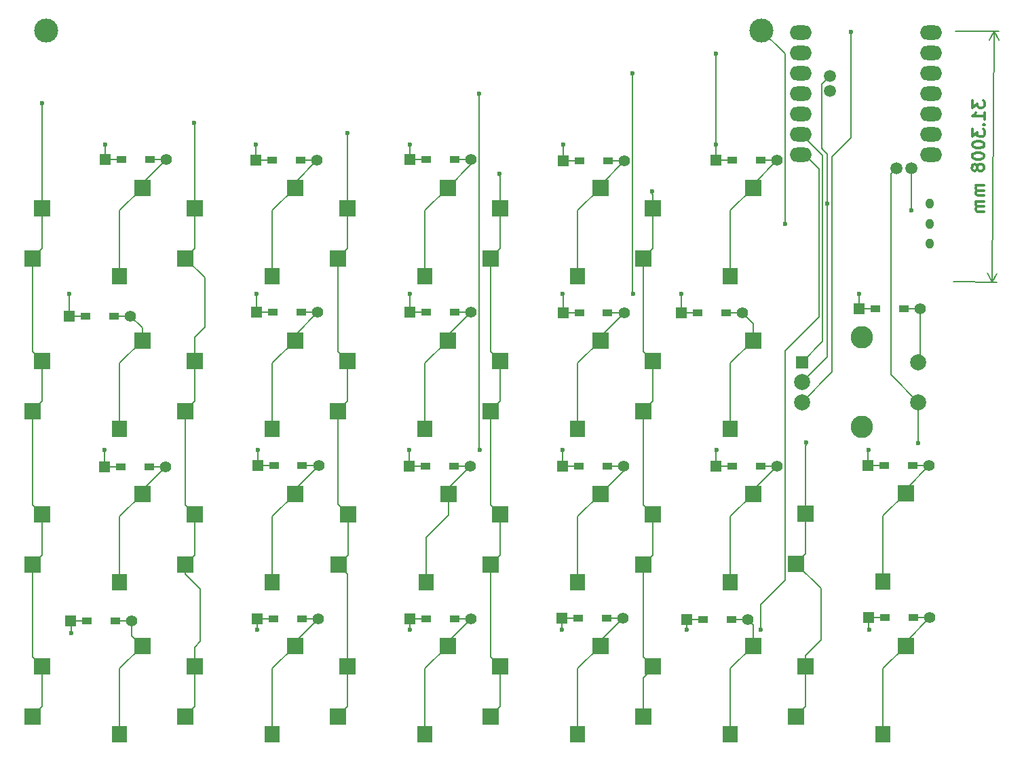
<source format=gbr>
%TF.GenerationSoftware,KiCad,Pcbnew,8.0.7*%
%TF.CreationDate,2025-02-16T08:14:47+09:00*%
%TF.ProjectId,cool642tb_L,636f6f6c-3634-4327-9462-5f4c2e6b6963,rev?*%
%TF.SameCoordinates,Original*%
%TF.FileFunction,Copper,L2,Bot*%
%TF.FilePolarity,Positive*%
%FSLAX46Y46*%
G04 Gerber Fmt 4.6, Leading zero omitted, Abs format (unit mm)*
G04 Created by KiCad (PCBNEW 8.0.7) date 2025-02-16 08:14:47*
%MOMM*%
%LPD*%
G01*
G04 APERTURE LIST*
%ADD10C,0.300000*%
%TA.AperFunction,NonConductor*%
%ADD11C,0.300000*%
%TD*%
%TA.AperFunction,NonConductor*%
%ADD12C,0.200000*%
%TD*%
%TA.AperFunction,SMDPad,CuDef*%
%ADD13R,2.000000X2.000000*%
%TD*%
%TA.AperFunction,SMDPad,CuDef*%
%ADD14R,1.900000X2.000000*%
%TD*%
%TA.AperFunction,ComponentPad*%
%ADD15R,1.397000X1.397000*%
%TD*%
%TA.AperFunction,SMDPad,CuDef*%
%ADD16R,1.300000X0.950000*%
%TD*%
%TA.AperFunction,ComponentPad*%
%ADD17C,1.397000*%
%TD*%
%TA.AperFunction,ComponentPad*%
%ADD18C,3.000000*%
%TD*%
%TA.AperFunction,ComponentPad*%
%ADD19C,2.000000*%
%TD*%
%TA.AperFunction,ComponentPad*%
%ADD20R,1.500000X1.500000*%
%TD*%
%TA.AperFunction,ComponentPad*%
%ADD21C,2.800000*%
%TD*%
%TA.AperFunction,ComponentPad*%
%ADD22O,1.000000X1.300000*%
%TD*%
%TA.AperFunction,ComponentPad*%
%ADD23O,2.750000X1.800000*%
%TD*%
%TA.AperFunction,ComponentPad*%
%ADD24C,1.500000*%
%TD*%
%TA.AperFunction,ViaPad*%
%ADD25C,0.600000*%
%TD*%
%TA.AperFunction,Conductor*%
%ADD26C,0.200000*%
%TD*%
G04 APERTURE END LIST*
D10*
D11*
X109200871Y15980624D02*
X109194345Y15052076D01*
X109194345Y15052076D02*
X109769274Y15548047D01*
X109769274Y15548047D02*
X109767768Y15333766D01*
X109767768Y15333766D02*
X109838190Y15190411D01*
X109838190Y15190411D02*
X109909115Y15118482D01*
X109909115Y15118482D02*
X110051467Y15046051D01*
X110051467Y15046051D02*
X110408601Y15043541D01*
X110408601Y15043541D02*
X110551956Y15113964D01*
X110551956Y15113964D02*
X110623885Y15184888D01*
X110623885Y15184888D02*
X110696316Y15327240D01*
X110696316Y15327240D02*
X110699328Y15755801D01*
X110699328Y15755801D02*
X110628906Y15899156D01*
X110628906Y15899156D02*
X110557981Y15971085D01*
X110684267Y13612997D02*
X110690291Y14470119D01*
X110687279Y14041558D02*
X109187316Y14052101D01*
X109187316Y14052101D02*
X109402601Y14193448D01*
X109402601Y14193448D02*
X109546459Y14335298D01*
X109546459Y14335298D02*
X109618889Y14477649D01*
X110536895Y12971160D02*
X110607820Y12899231D01*
X110607820Y12899231D02*
X110679749Y12970156D01*
X110679749Y12970156D02*
X110608824Y13042085D01*
X110608824Y13042085D02*
X110536895Y12971160D01*
X110536895Y12971160D02*
X110679749Y12970156D01*
X109175769Y12409284D02*
X109169243Y11480736D01*
X109169243Y11480736D02*
X109744172Y11976707D01*
X109744172Y11976707D02*
X109742665Y11762427D01*
X109742665Y11762427D02*
X109813088Y11619071D01*
X109813088Y11619071D02*
X109884013Y11547142D01*
X109884013Y11547142D02*
X110026364Y11474711D01*
X110026364Y11474711D02*
X110383499Y11472201D01*
X110383499Y11472201D02*
X110526854Y11542624D01*
X110526854Y11542624D02*
X110598783Y11613549D01*
X110598783Y11613549D02*
X110671214Y11755900D01*
X110671214Y11755900D02*
X110674226Y12184461D01*
X110674226Y12184461D02*
X110603803Y12327817D01*
X110603803Y12327817D02*
X110532879Y12399745D01*
X109162716Y10552188D02*
X109161712Y10409334D01*
X109161712Y10409334D02*
X109232135Y10265978D01*
X109232135Y10265978D02*
X109303060Y10194050D01*
X109303060Y10194050D02*
X109445411Y10121619D01*
X109445411Y10121619D02*
X109730616Y10048184D01*
X109730616Y10048184D02*
X110087750Y10045674D01*
X110087750Y10045674D02*
X110373960Y10115092D01*
X110373960Y10115092D02*
X110517315Y10185515D01*
X110517315Y10185515D02*
X110589244Y10256440D01*
X110589244Y10256440D02*
X110661675Y10398791D01*
X110661675Y10398791D02*
X110662679Y10541645D01*
X110662679Y10541645D02*
X110592256Y10685001D01*
X110592256Y10685001D02*
X110521332Y10756929D01*
X110521332Y10756929D02*
X110378980Y10829360D01*
X110378980Y10829360D02*
X110093775Y10902795D01*
X110093775Y10902795D02*
X109736641Y10905305D01*
X109736641Y10905305D02*
X109450432Y10835887D01*
X109450432Y10835887D02*
X109307076Y10765464D01*
X109307076Y10765464D02*
X109235147Y10694539D01*
X109235147Y10694539D02*
X109162716Y10552188D01*
X109152675Y9123652D02*
X109151671Y8980798D01*
X109151671Y8980798D02*
X109222094Y8837443D01*
X109222094Y8837443D02*
X109293019Y8765514D01*
X109293019Y8765514D02*
X109435370Y8693083D01*
X109435370Y8693083D02*
X109720576Y8619648D01*
X109720576Y8619648D02*
X110077710Y8617138D01*
X110077710Y8617138D02*
X110363919Y8686556D01*
X110363919Y8686556D02*
X110507275Y8756979D01*
X110507275Y8756979D02*
X110579203Y8827904D01*
X110579203Y8827904D02*
X110651634Y8970256D01*
X110651634Y8970256D02*
X110652638Y9113109D01*
X110652638Y9113109D02*
X110582216Y9256465D01*
X110582216Y9256465D02*
X110511291Y9328394D01*
X110511291Y9328394D02*
X110368939Y9400825D01*
X110368939Y9400825D02*
X110083734Y9474260D01*
X110083734Y9474260D02*
X109726600Y9476770D01*
X109726600Y9476770D02*
X109440391Y9407351D01*
X109440391Y9407351D02*
X109297035Y9336928D01*
X109297035Y9336928D02*
X109225106Y9266004D01*
X109225106Y9266004D02*
X109152675Y9123652D01*
X109785978Y7762025D02*
X109715555Y7905380D01*
X109715555Y7905380D02*
X109644630Y7977309D01*
X109644630Y7977309D02*
X109502279Y8049740D01*
X109502279Y8049740D02*
X109430852Y8050242D01*
X109430852Y8050242D02*
X109287496Y7979819D01*
X109287496Y7979819D02*
X109215568Y7908895D01*
X109215568Y7908895D02*
X109143137Y7766543D01*
X109143137Y7766543D02*
X109141128Y7480836D01*
X109141128Y7480836D02*
X109211551Y7337480D01*
X109211551Y7337480D02*
X109282476Y7265551D01*
X109282476Y7265551D02*
X109424828Y7193120D01*
X109424828Y7193120D02*
X109496254Y7192618D01*
X109496254Y7192618D02*
X109639610Y7263041D01*
X109639610Y7263041D02*
X109711539Y7333966D01*
X109711539Y7333966D02*
X109783970Y7476318D01*
X109783970Y7476318D02*
X109785978Y7762025D01*
X109785978Y7762025D02*
X109858409Y7904376D01*
X109858409Y7904376D02*
X109930338Y7975301D01*
X109930338Y7975301D02*
X110073693Y8045724D01*
X110073693Y8045724D02*
X110359401Y8043716D01*
X110359401Y8043716D02*
X110501752Y7971285D01*
X110501752Y7971285D02*
X110572677Y7899356D01*
X110572677Y7899356D02*
X110643100Y7756000D01*
X110643100Y7756000D02*
X110641091Y7470293D01*
X110641091Y7470293D02*
X110568661Y7327941D01*
X110568661Y7327941D02*
X110496732Y7257017D01*
X110496732Y7257017D02*
X110353376Y7186594D01*
X110353376Y7186594D02*
X110067669Y7188602D01*
X110067669Y7188602D02*
X109925317Y7261033D01*
X109925317Y7261033D02*
X109854392Y7332962D01*
X109854392Y7332962D02*
X109783970Y7476318D01*
X110626532Y5398916D02*
X109626557Y5405945D01*
X109769411Y5404941D02*
X109697482Y5334016D01*
X109697482Y5334016D02*
X109625051Y5191664D01*
X109625051Y5191664D02*
X109623545Y4977384D01*
X109623545Y4977384D02*
X109693967Y4834028D01*
X109693967Y4834028D02*
X109836319Y4761597D01*
X109836319Y4761597D02*
X110622014Y4756075D01*
X109836319Y4761597D02*
X109692963Y4691175D01*
X109692963Y4691175D02*
X109620532Y4548823D01*
X109620532Y4548823D02*
X109619026Y4334543D01*
X109619026Y4334543D02*
X109689449Y4191187D01*
X109689449Y4191187D02*
X109831801Y4118756D01*
X109831801Y4118756D02*
X110617496Y4113234D01*
X110612475Y3398966D02*
X109612500Y3405994D01*
X109755353Y3404990D02*
X109683425Y3334065D01*
X109683425Y3334065D02*
X109610994Y3191714D01*
X109610994Y3191714D02*
X109609488Y2977433D01*
X109609488Y2977433D02*
X109679910Y2834078D01*
X109679910Y2834078D02*
X109822262Y2761647D01*
X109822262Y2761647D02*
X110607957Y2756124D01*
X109822262Y2761647D02*
X109678906Y2691224D01*
X109678906Y2691224D02*
X109606475Y2548872D01*
X109606475Y2548872D02*
X109604969Y2334592D01*
X109604969Y2334592D02*
X109675392Y2191236D01*
X109675392Y2191236D02*
X109817743Y2118806D01*
X109817743Y2118806D02*
X110603438Y2113283D01*
D12*
X107029988Y24646486D02*
X112469685Y24608252D01*
X106809988Y-6653514D02*
X112249685Y-6691748D01*
X111883279Y24612373D02*
X111663279Y-6687627D01*
X111883279Y24612373D02*
X111663279Y-6687627D01*
X111883279Y24612373D02*
X112461768Y23481775D01*
X111883279Y24612373D02*
X111288955Y23490019D01*
X111663279Y-6687627D02*
X111084790Y-5557029D01*
X111663279Y-6687627D02*
X112257603Y-5565273D01*
D13*
%TO.P,SW14,1,1*%
%TO.N,Col3*%
X49050000Y-22750000D03*
X50250000Y-16510000D03*
D14*
%TO.P,SW14,2,2*%
%TO.N,Net-(D14-A)*%
X59950000Y-24950000D03*
D13*
X62750000Y-13970000D03*
%TD*%
D15*
%TO.P,D3,1,K*%
%TO.N,Row2*%
X890000Y-29720000D03*
D16*
X2925000Y-29720000D03*
%TO.P,D3,2,A*%
%TO.N,Net-(D3-A)*%
X6475000Y-29720000D03*
D17*
X8510000Y-29720000D03*
%TD*%
D18*
%TO.P,B1,1,+*%
%TO.N,Bat*%
X-6400000Y24710000D03*
%TO.P,B1,2,-*%
%TO.N,Net-(B1--)*%
X82870000Y24750000D03*
%TD*%
D13*
%TO.P,SW18,1,1*%
%TO.N,Col4*%
X68100000Y-22750000D03*
X69300000Y-16510000D03*
D14*
%TO.P,SW18,2,2*%
%TO.N,Net-(D18-A)*%
X79000000Y-24950000D03*
D13*
X81800000Y-13970000D03*
%TD*%
D15*
%TO.P,D13,1,K*%
%TO.N,Row0*%
X58170000Y8480000D03*
D16*
X60205000Y8480000D03*
%TO.P,D13,2,A*%
%TO.N,Net-(D13-A)*%
X63755000Y8480000D03*
D17*
X65790000Y8480000D03*
%TD*%
D13*
%TO.P,SW12,1,1*%
%TO.N,Col2*%
X30000000Y-60850000D03*
X31200000Y-54610000D03*
D14*
%TO.P,SW12,2,2*%
%TO.N,Net-(D12-A)*%
X40900000Y-63050000D03*
D13*
X43700000Y-52070000D03*
%TD*%
%TO.P,SW23,1,1*%
%TO.N,Col5*%
X87150000Y-60850000D03*
X88350000Y-54610000D03*
D14*
%TO.P,SW23,2,2*%
%TO.N,Net-(D23-A)*%
X98050000Y-63050000D03*
D13*
X100850000Y-52070000D03*
%TD*%
D15*
%TO.P,D10,1,K*%
%TO.N,Row1*%
X39000000Y-10420000D03*
D16*
X41035000Y-10420000D03*
%TO.P,D10,2,A*%
%TO.N,Net-(D10-A)*%
X44585000Y-10420000D03*
D17*
X46620000Y-10420000D03*
%TD*%
D15*
%TO.P,D19,1,K*%
%TO.N,Row2*%
X77190000Y-29630000D03*
D16*
X79225000Y-29630000D03*
%TO.P,D19,2,A*%
%TO.N,Net-(D19-A)*%
X82775000Y-29630000D03*
D17*
X84810000Y-29630000D03*
%TD*%
D15*
%TO.P,D16,1,K*%
%TO.N,Row3*%
X57960000Y-48600000D03*
D16*
X59995000Y-48600000D03*
%TO.P,D16,2,A*%
%TO.N,Net-(D16-A)*%
X63545000Y-48600000D03*
D17*
X65580000Y-48600000D03*
%TD*%
D13*
%TO.P,SW19,1,1*%
%TO.N,Col4*%
X68100000Y-41900000D03*
X69300000Y-35660000D03*
D14*
%TO.P,SW19,2,2*%
%TO.N,Net-(D19-A)*%
X79000000Y-44100000D03*
D13*
X81800000Y-33120000D03*
%TD*%
%TO.P,SW1,1,1*%
%TO.N,Col0*%
X-8100000Y-3700000D03*
X-6900000Y2540000D03*
D14*
%TO.P,SW1,2,2*%
%TO.N,Net-(D1-A)*%
X2800000Y-5900000D03*
D13*
X5600000Y5080000D03*
%TD*%
%TO.P,SW13,1,1*%
%TO.N,Col3*%
X49050000Y-3700000D03*
X50250000Y2540000D03*
D14*
%TO.P,SW13,2,2*%
%TO.N,Net-(D13-A)*%
X59950000Y-5900000D03*
D13*
X62750000Y5080000D03*
%TD*%
D15*
%TO.P,D7,1,K*%
%TO.N,Row2*%
X19990000Y-29570000D03*
D16*
X22025000Y-29570000D03*
%TO.P,D7,2,A*%
%TO.N,Net-(D7-A)*%
X25575000Y-29570000D03*
D17*
X27610000Y-29570000D03*
%TD*%
D15*
%TO.P,D21,1,K*%
%TO.N,Row1*%
X95025000Y-10040000D03*
D16*
X97060000Y-10040000D03*
%TO.P,D21,2,A*%
%TO.N,Net-(D21-A)*%
X100610000Y-10040000D03*
D17*
X102645000Y-10040000D03*
%TD*%
D13*
%TO.P,SW10,1,1*%
%TO.N,Col2*%
X30000000Y-22750000D03*
X31200000Y-16510000D03*
D14*
%TO.P,SW10,2,2*%
%TO.N,Net-(D10-A)*%
X40900000Y-24950000D03*
D13*
X43700000Y-13970000D03*
%TD*%
D15*
%TO.P,D14,1,K*%
%TO.N,Row1*%
X58090000Y-10490000D03*
D16*
X60125000Y-10490000D03*
%TO.P,D14,2,A*%
%TO.N,Net-(D14-A)*%
X63675000Y-10490000D03*
D17*
X65710000Y-10490000D03*
%TD*%
D15*
%TO.P,D18,1,K*%
%TO.N,Row1*%
X72855000Y-10550000D03*
D16*
X74890000Y-10550000D03*
%TO.P,D18,2,A*%
%TO.N,Net-(D18-A)*%
X78440000Y-10550000D03*
D17*
X80475000Y-10550000D03*
%TD*%
D15*
%TO.P,D5,1,K*%
%TO.N,Row0*%
X19770000Y8520000D03*
D16*
X21805000Y8520000D03*
%TO.P,D5,2,A*%
%TO.N,Net-(D5-A)*%
X25355000Y8520000D03*
D17*
X27390000Y8520000D03*
%TD*%
D13*
%TO.P,SW9,1,1*%
%TO.N,Col2*%
X30000000Y-3700000D03*
X31200000Y2540000D03*
D14*
%TO.P,SW9,2,2*%
%TO.N,Net-(D9-A)*%
X40900000Y-5900000D03*
D13*
X43700000Y5080000D03*
%TD*%
%TO.P,SW15,1,1*%
%TO.N,Col3*%
X49050000Y-41900000D03*
X50250000Y-35660000D03*
D14*
%TO.P,SW15,2,2*%
%TO.N,Net-(D15-A)*%
X59950000Y-44100000D03*
D13*
X62750000Y-33120000D03*
%TD*%
%TO.P,SW11,1,1*%
%TO.N,Col2*%
X30100000Y-41900000D03*
X31300000Y-35660000D03*
D14*
%TO.P,SW11,2,2*%
%TO.N,Net-(D11-A)*%
X41000000Y-44100000D03*
D13*
X43800000Y-33120000D03*
%TD*%
%TO.P,SW5,1,1*%
%TO.N,Col1*%
X10950000Y-3700000D03*
X12150000Y2540000D03*
D14*
%TO.P,SW5,2,2*%
%TO.N,Net-(D5-A)*%
X21850000Y-5900000D03*
D13*
X24650000Y5080000D03*
%TD*%
D15*
%TO.P,D9,1,K*%
%TO.N,Row0*%
X39010000Y8610000D03*
D16*
X41045000Y8610000D03*
%TO.P,D9,2,A*%
%TO.N,Net-(D9-A)*%
X44595000Y8610000D03*
D17*
X46630000Y8610000D03*
%TD*%
D15*
%TO.P,D8,1,K*%
%TO.N,Row3*%
X19920000Y-48670000D03*
D16*
X21955000Y-48670000D03*
%TO.P,D8,2,A*%
%TO.N,Net-(D8-A)*%
X25505000Y-48670000D03*
D17*
X27540000Y-48670000D03*
%TD*%
D13*
%TO.P,SW4,1,1*%
%TO.N,Col0*%
X-8100000Y-60850000D03*
X-6900000Y-54610000D03*
D14*
%TO.P,SW4,2,2*%
%TO.N,Net-(D4-A)*%
X2800000Y-63050000D03*
D13*
X5600000Y-52070000D03*
%TD*%
%TO.P,SW17,1,1*%
%TO.N,Col4*%
X68100000Y-3700000D03*
X69300000Y2540000D03*
D14*
%TO.P,SW17,2,2*%
%TO.N,Net-(D17-A)*%
X79000000Y-5900000D03*
D13*
X81800000Y5080000D03*
%TD*%
D15*
%TO.P,D23,1,K*%
%TO.N,Row3*%
X96270000Y-48510000D03*
D16*
X98305000Y-48510000D03*
%TO.P,D23,2,A*%
%TO.N,Net-(D23-A)*%
X101855000Y-48510000D03*
D17*
X103890000Y-48510000D03*
%TD*%
D13*
%TO.P,SW22,1,1*%
%TO.N,Col5*%
X87150000Y-41800000D03*
X88350000Y-35560000D03*
D14*
%TO.P,SW22,2,2*%
%TO.N,Net-(D22-A)*%
X98050000Y-44000000D03*
D13*
X100850000Y-33020000D03*
%TD*%
D15*
%TO.P,D11,1,K*%
%TO.N,Row2*%
X38900000Y-29650000D03*
D16*
X40935000Y-29650000D03*
%TO.P,D11,2,A*%
%TO.N,Net-(D11-A)*%
X44485000Y-29650000D03*
D17*
X46520000Y-29650000D03*
%TD*%
D13*
%TO.P,SW6,1,1*%
%TO.N,Col1*%
X10950000Y-22750000D03*
X12150000Y-16510000D03*
D14*
%TO.P,SW6,2,2*%
%TO.N,Net-(D6-A)*%
X21850000Y-24950000D03*
D13*
X24650000Y-13970000D03*
%TD*%
D19*
%TO.P,SW21,1,1*%
%TO.N,Net-(D21-A)*%
X102400000Y-16660000D03*
%TO.P,SW21,2,2*%
%TO.N,Col5*%
X102400000Y-21660000D03*
D20*
%TO.P,SW21,A,A*%
%TO.N,RE_A1*%
X87900000Y-16660000D03*
D19*
%TO.P,SW21,B,B*%
%TO.N,RE_B*%
X87900000Y-21660000D03*
%TO.P,SW21,C,C*%
%TO.N,GND*%
X87900000Y-19160000D03*
D21*
%TO.P,SW21,MP*%
%TO.N,N/C*%
X95400000Y-13560000D03*
X95400000Y-24760000D03*
%TD*%
D13*
%TO.P,SW3,1,1*%
%TO.N,Col0*%
X-8100000Y-41900000D03*
X-6900000Y-35660000D03*
D14*
%TO.P,SW3,2,2*%
%TO.N,Net-(D3-A)*%
X2800000Y-44100000D03*
D13*
X5600000Y-33120000D03*
%TD*%
D15*
%TO.P,D6,1,K*%
%TO.N,Row1*%
X19890000Y-10420000D03*
D16*
X21925000Y-10420000D03*
%TO.P,D6,2,A*%
%TO.N,Net-(D6-A)*%
X25475000Y-10420000D03*
D17*
X27510000Y-10420000D03*
%TD*%
D13*
%TO.P,SW2,1,1*%
%TO.N,Col0*%
X-8100000Y-22750000D03*
X-6900000Y-16510000D03*
D14*
%TO.P,SW2,2,2*%
%TO.N,Net-(D2-A)*%
X2800000Y-24950000D03*
D13*
X5600000Y-13970000D03*
%TD*%
%TO.P,SW16,1,1*%
%TO.N,Col3*%
X49050000Y-60850000D03*
X50250000Y-54610000D03*
D14*
%TO.P,SW16,2,2*%
%TO.N,Net-(D16-A)*%
X59950000Y-63050000D03*
D13*
X62750000Y-52070000D03*
%TD*%
D22*
%TO.P,SW24,1,A*%
%TO.N,GND*%
X103840000Y3104000D03*
%TO.P,SW24,2,B*%
%TO.N,Net-(B1--)*%
X103840000Y604000D03*
%TO.P,SW24,3,C*%
%TO.N,unconnected-(SW24-C-Pad3)*%
X103840000Y-1896000D03*
%TD*%
D15*
%TO.P,D15,1,K*%
%TO.N,Row2*%
X58040000Y-29620000D03*
D16*
X60075000Y-29620000D03*
%TO.P,D15,2,A*%
%TO.N,Net-(D15-A)*%
X63625000Y-29620000D03*
D17*
X65660000Y-29620000D03*
%TD*%
D13*
%TO.P,SW8,1,1*%
%TO.N,Col1*%
X10950000Y-60850000D03*
X12150000Y-54610000D03*
D14*
%TO.P,SW8,2,2*%
%TO.N,Net-(D8-A)*%
X21850000Y-63050000D03*
D13*
X24650000Y-52070000D03*
%TD*%
D15*
%TO.P,D2,1,K*%
%TO.N,Row1*%
X-3500000Y-10920000D03*
D16*
X-1465000Y-10920000D03*
%TO.P,D2,2,A*%
%TO.N,Net-(D2-A)*%
X2085000Y-10920000D03*
D17*
X4120000Y-10920000D03*
%TD*%
D15*
%TO.P,D12,1,K*%
%TO.N,Row3*%
X38990000Y-48690000D03*
D16*
X41025000Y-48690000D03*
%TO.P,D12,2,A*%
%TO.N,Net-(D12-A)*%
X44575000Y-48690000D03*
D17*
X46610000Y-48690000D03*
%TD*%
D15*
%TO.P,D4,1,K*%
%TO.N,Row3*%
X-3300000Y-48970000D03*
D16*
X-1265000Y-48970000D03*
%TO.P,D4,2,A*%
%TO.N,Net-(D4-A)*%
X2285000Y-48970000D03*
D17*
X4320000Y-48970000D03*
%TD*%
D15*
%TO.P,D1,1,K*%
%TO.N,Row0*%
X960000Y8650000D03*
D16*
X2995000Y8650000D03*
%TO.P,D1,2,A*%
%TO.N,Net-(D1-A)*%
X6545000Y8650000D03*
D17*
X8580000Y8650000D03*
%TD*%
D15*
%TO.P,D17,1,K*%
%TO.N,Row0*%
X77195000Y8510000D03*
D16*
X79230000Y8510000D03*
%TO.P,D17,2,A*%
%TO.N,Net-(D17-A)*%
X82780000Y8510000D03*
D17*
X84815000Y8510000D03*
%TD*%
D13*
%TO.P,SW7,1,1*%
%TO.N,Col1*%
X10950000Y-41900000D03*
X12150000Y-35660000D03*
D14*
%TO.P,SW7,2,2*%
%TO.N,Net-(D7-A)*%
X21850000Y-44100000D03*
D13*
X24650000Y-33120000D03*
%TD*%
D23*
%TO.P,U1,1,P0.02_A0_D0*%
%TO.N,RE_B*%
X87740000Y24450000D03*
%TO.P,U1,2,P0.03_A1_D1*%
%TO.N,Row0*%
X87740000Y21910000D03*
%TO.P,U1,3,P0.28_A2_D2*%
%TO.N,Row1*%
X87740000Y19370000D03*
%TO.P,U1,4,P0.29_A3_D3*%
%TO.N,Row2*%
X87740000Y16830000D03*
%TO.P,U1,5,P0.04_A4_D4_SDA*%
%TO.N,unconnected-(U1-P0.04_A4_D4_SDA-Pad5)*%
X87740000Y14290000D03*
%TO.P,U1,6,P0.05_A5_D5_SCL*%
%TO.N,RE_A1*%
X87740000Y11750000D03*
%TO.P,U1,7,P1.11_D6_TX*%
%TO.N,Row3*%
X87740000Y9210000D03*
%TO.P,U1,8,P1.12_D7_RX*%
%TO.N,Col3*%
X103980000Y9210000D03*
%TO.P,U1,9,P1.13_D8_SCK*%
%TO.N,Col2*%
X103980000Y11750000D03*
%TO.P,U1,10,P1.14_D9_MISO*%
%TO.N,Col1*%
X103980000Y14290000D03*
%TO.P,U1,11,P1.15_D10_MOSI*%
%TO.N,Col0*%
X103980000Y16830000D03*
%TO.P,U1,12,3V3*%
%TO.N,unconnected-(U1-3V3-Pad12)*%
X103980000Y19370000D03*
%TO.P,U1,13,GND*%
%TO.N,GND*%
X103980000Y21910000D03*
%TO.P,U1,14,5V*%
%TO.N,VCC*%
X103980000Y24450000D03*
D24*
%TO.P,U1,15,NFC1_0.09*%
%TO.N,Col5*%
X99695400Y7518000D03*
%TO.P,U1,16,NFC2_0.10*%
%TO.N,Col4*%
X101575000Y7518000D03*
%TO.P,U1,20,BATT+*%
%TO.N,Bat*%
X91415000Y17147000D03*
%TO.P,U1,21,BATT-*%
%TO.N,GND*%
X91415000Y19052000D03*
%TD*%
D13*
%TO.P,SW20,1,1*%
%TO.N,Col4*%
X68100000Y-60850000D03*
X69300000Y-54610000D03*
D14*
%TO.P,SW20,2,2*%
%TO.N,Net-(D20-A)*%
X79000000Y-63050000D03*
D13*
X81800000Y-52070000D03*
%TD*%
D15*
%TO.P,D22,1,K*%
%TO.N,Row2*%
X96170000Y-29600000D03*
D16*
X98205000Y-29600000D03*
%TO.P,D22,2,A*%
%TO.N,Net-(D22-A)*%
X101755000Y-29600000D03*
D17*
X103790000Y-29600000D03*
%TD*%
D15*
%TO.P,D20,1,K*%
%TO.N,Row3*%
X73540000Y-48810000D03*
D16*
X75575000Y-48810000D03*
%TO.P,D20,2,A*%
%TO.N,Net-(D20-A)*%
X79125000Y-48810000D03*
D17*
X81160000Y-48810000D03*
%TD*%
D25*
%TO.N,Net-(B1--)*%
X85820000Y570000D03*
%TO.N,Col0*%
X-6880000Y15660000D03*
%TO.N,Row2*%
X47670000Y16810000D03*
%TO.N,Row1*%
X66800000Y19400000D03*
%TO.N,Row0*%
X77140000Y21790000D03*
%TO.N,RE_B*%
X94000000Y24500000D03*
%TO.N,Col4*%
X101600000Y2240000D03*
%TO.N,GND*%
X91050000Y3090000D03*
%TO.N,Row0*%
X19800000Y10500000D03*
X980000Y10490000D03*
X39010000Y10500000D03*
X77210000Y10500000D03*
X58160000Y10500000D03*
%TO.N,Row1*%
X19870000Y-8140000D03*
X95020000Y-8140000D03*
X66870000Y-8140000D03*
X72870000Y-8110000D03*
X-3470000Y-8130000D03*
X58080000Y-8140000D03*
X38980000Y-8140000D03*
%TO.N,Row2*%
X38930000Y-27590000D03*
X96220000Y-27590000D03*
X19990000Y-27590000D03*
X58040000Y-27590000D03*
X47740000Y-27590000D03*
X910000Y-27590000D03*
X77230000Y-27590000D03*
%TO.N,Row3*%
X57950000Y-50040000D03*
X82750000Y-50040000D03*
X96280000Y-50080000D03*
X-3260000Y-50500000D03*
X73580000Y-50040000D03*
X38990000Y-50040000D03*
X19920000Y-50040000D03*
%TO.N,Col1*%
X12040000Y13160000D03*
%TO.N,Col2*%
X31170000Y11920000D03*
%TO.N,Col3*%
X50170000Y6870000D03*
%TO.N,Col4*%
X69220000Y4620000D03*
%TO.N,Col5*%
X88400000Y-26700000D03*
X102400000Y-26770000D03*
%TD*%
D26*
%TO.N,Net-(B1--)*%
X85813500Y576500D02*
X85820000Y570000D01*
X85813500Y21806500D02*
X85813500Y576500D01*
X82870000Y24750000D02*
X85813500Y21806500D01*
%TO.N,Col0*%
X-6900000Y2540000D02*
X-6900000Y15640000D01*
X-6900000Y15640000D02*
X-6880000Y15660000D01*
%TO.N,Row3*%
X88240000Y9210000D02*
X90050000Y7400000D01*
X90050000Y4420000D02*
X90050000Y-11060000D01*
X90050000Y7400000D02*
X90050000Y4420000D01*
%TO.N,RE_A1*%
X90450000Y9090000D02*
X88240000Y11300000D01*
X88240000Y11300000D02*
X88240000Y11750000D01*
%TO.N,Row2*%
X47670000Y16810000D02*
X47670000Y13910000D01*
X47670000Y13910000D02*
X47650000Y13890000D01*
%TO.N,Row1*%
X66800000Y-8070000D02*
X66870000Y-8140000D01*
X66800000Y19400000D02*
X66800000Y-8070000D01*
%TO.N,Row0*%
X77180000Y19140000D02*
X77180000Y21750000D01*
X77180000Y21750000D02*
X77140000Y21790000D01*
X77180000Y19140000D02*
X77180000Y10530000D01*
%TO.N,RE_B*%
X94000000Y11300000D02*
X94000000Y24500000D01*
X93440000Y10740000D02*
X94000000Y11300000D01*
X91680000Y8980000D02*
X93440000Y10740000D01*
%TO.N,GND*%
X91050000Y9338529D02*
X90739265Y9649265D01*
X90739265Y9649265D02*
X90415000Y9973529D01*
X90365000Y18002000D02*
X90365000Y10023530D01*
X90365000Y10023530D02*
X90739265Y9649265D01*
X90415000Y14850000D02*
X90415000Y9973529D01*
X90415000Y15238000D02*
X90415000Y14850000D01*
X90415000Y14850000D02*
X90365000Y14900000D01*
X90365000Y14900000D02*
X90365000Y18002000D01*
X90365000Y18002000D02*
X91415000Y19052000D01*
%TO.N,Col4*%
X101575000Y2265000D02*
X101600000Y2240000D01*
X101575000Y7518000D02*
X101575000Y2265000D01*
%TO.N,Col5*%
X102400000Y-21660000D02*
X98995400Y-18255400D01*
X98995400Y-18255400D02*
X98995400Y6818000D01*
X98995400Y6818000D02*
X99695400Y7518000D01*
%TO.N,GND*%
X91050000Y320000D02*
X91050000Y3090000D01*
X91050000Y3090000D02*
X91050000Y9338529D01*
%TO.N,Net-(D1-A)*%
X2800000Y2280000D02*
X5600000Y5080000D01*
X8580000Y8650000D02*
X6545000Y8650000D01*
X5600000Y5670000D02*
X8580000Y8650000D01*
X5600000Y5080000D02*
X5600000Y5670000D01*
X2800000Y-5900000D02*
X2800000Y2280000D01*
%TO.N,Row0*%
X77195000Y8510000D02*
X79230000Y8510000D01*
X980000Y10490000D02*
X980000Y8670000D01*
X58170000Y8480000D02*
X60205000Y8480000D01*
X39010000Y8610000D02*
X41045000Y8610000D01*
X77195000Y10485000D02*
X77210000Y10500000D01*
X39010000Y8610000D02*
X39010000Y10500000D01*
X980000Y8670000D02*
X960000Y8650000D01*
X19770000Y8520000D02*
X21805000Y8520000D01*
X19770000Y10470000D02*
X19800000Y10500000D01*
X77180000Y10530000D02*
X77210000Y10500000D01*
X19770000Y8520000D02*
X19770000Y10470000D01*
X58170000Y8480000D02*
X58170000Y10490000D01*
X58170000Y10490000D02*
X58160000Y10500000D01*
X960000Y8650000D02*
X2995000Y8650000D01*
X77195000Y8510000D02*
X77195000Y10485000D01*
%TO.N,Net-(D2-A)*%
X2800000Y-16770000D02*
X5600000Y-13970000D01*
X5600000Y-12400000D02*
X4120000Y-10920000D01*
X2800000Y-24950000D02*
X2800000Y-16770000D01*
X5600000Y-13970000D02*
X5600000Y-12400000D01*
X4120000Y-10920000D02*
X2085000Y-10920000D01*
%TO.N,Row1*%
X72855000Y-10550000D02*
X74890000Y-10550000D01*
X72855000Y-8125000D02*
X72855000Y-10550000D01*
X95025000Y-8145000D02*
X95020000Y-8140000D01*
X19890000Y-10420000D02*
X19890000Y-8160000D01*
X95025000Y-10040000D02*
X95025000Y-8145000D01*
X39000000Y-8160000D02*
X38980000Y-8140000D01*
X39000000Y-10420000D02*
X39000000Y-8160000D01*
X58090000Y-8150000D02*
X58080000Y-8140000D01*
X58090000Y-10490000D02*
X60125000Y-10490000D01*
X-3500000Y-8490000D02*
X-3500000Y-10920000D01*
X-3470000Y-8130000D02*
X-3470000Y-8460000D01*
X58090000Y-10490000D02*
X58090000Y-8150000D01*
X19890000Y-10420000D02*
X21925000Y-10420000D01*
X39000000Y-10420000D02*
X41035000Y-10420000D01*
X-1465000Y-10920000D02*
X-3500000Y-10920000D01*
X72870000Y-8110000D02*
X72855000Y-8125000D01*
X19890000Y-8160000D02*
X19870000Y-8140000D01*
X-3470000Y-8460000D02*
X-3500000Y-8490000D01*
X97060000Y-10040000D02*
X95025000Y-10040000D01*
%TO.N,Net-(D3-A)*%
X5600000Y-33120000D02*
X5600000Y-32630000D01*
X2800000Y-35920000D02*
X5600000Y-33120000D01*
X5600000Y-32630000D02*
X8510000Y-29720000D01*
X2800000Y-44100000D02*
X2800000Y-35920000D01*
X8510000Y-29720000D02*
X6475000Y-29720000D01*
%TO.N,Row2*%
X58040000Y-29620000D02*
X60075000Y-29620000D01*
X38900000Y-29650000D02*
X40935000Y-29650000D01*
X77190000Y-27630000D02*
X77230000Y-27590000D01*
X58040000Y-29620000D02*
X58040000Y-27590000D01*
X47650000Y13890000D02*
X47650000Y-27500000D01*
X77190000Y-29630000D02*
X77190000Y-27630000D01*
X47650000Y-27500000D02*
X47740000Y-27590000D01*
X910000Y-27590000D02*
X890000Y-27610000D01*
X38900000Y-27620000D02*
X38930000Y-27590000D01*
X19990000Y-29570000D02*
X19990000Y-27590000D01*
X19990000Y-29570000D02*
X22025000Y-29570000D01*
X96170000Y-29600000D02*
X96170000Y-27640000D01*
X890000Y-27610000D02*
X890000Y-29720000D01*
X38900000Y-29650000D02*
X38900000Y-27620000D01*
X890000Y-29720000D02*
X2925000Y-29720000D01*
X77190000Y-29630000D02*
X79225000Y-29630000D01*
X96170000Y-29600000D02*
X98205000Y-29600000D01*
X96170000Y-27640000D02*
X96220000Y-27590000D01*
%TO.N,Net-(D4-A)*%
X4320000Y-48970000D02*
X4320000Y-50790000D01*
X2285000Y-48970000D02*
X4320000Y-48970000D01*
X2800000Y-54870000D02*
X5600000Y-52070000D01*
X2800000Y-63050000D02*
X2800000Y-54870000D01*
X4320000Y-50790000D02*
X5600000Y-52070000D01*
X5600000Y-52070000D02*
X5600000Y-51670000D01*
%TO.N,Row3*%
X59995000Y-48600000D02*
X57960000Y-48600000D01*
X19920000Y-48670000D02*
X19920000Y-50040000D01*
X19920000Y-48670000D02*
X21955000Y-48670000D01*
X75575000Y-48810000D02*
X73540000Y-48810000D01*
X82750000Y-46934004D02*
X82750000Y-50040000D01*
X85850000Y-43834004D02*
X82750000Y-46934004D01*
X57960000Y-48600000D02*
X57960000Y-50030000D01*
X85850000Y-15260000D02*
X85850000Y-43834004D01*
X-3260000Y-49010000D02*
X-3300000Y-48970000D01*
X96270000Y-48510000D02*
X98305000Y-48510000D01*
X96270000Y-48510000D02*
X96270000Y-50070000D01*
X90050000Y-11060000D02*
X85850000Y-15260000D01*
X73540000Y-50000000D02*
X73580000Y-50040000D01*
X38990000Y-48690000D02*
X41025000Y-48690000D01*
X73540000Y-48810000D02*
X73540000Y-50000000D01*
X-3260000Y-50500000D02*
X-3260000Y-49010000D01*
X96270000Y-50070000D02*
X96280000Y-50080000D01*
X38990000Y-48690000D02*
X38990000Y-50040000D01*
X-3240000Y-49030000D02*
X-3300000Y-48970000D01*
X-3300000Y-48970000D02*
X-1265000Y-48970000D01*
X57960000Y-50030000D02*
X57950000Y-50040000D01*
%TO.N,Net-(D5-A)*%
X27390000Y8520000D02*
X25355000Y8520000D01*
X24650000Y5080000D02*
X21850000Y2280000D01*
X24650000Y5780000D02*
X27390000Y8520000D01*
X24650000Y5080000D02*
X24650000Y5780000D01*
X21850000Y2280000D02*
X21850000Y-5900000D01*
%TO.N,Net-(D6-A)*%
X24650000Y-13280000D02*
X27510000Y-10420000D01*
X21850000Y-16770000D02*
X24650000Y-13970000D01*
X24650000Y-13970000D02*
X24650000Y-13280000D01*
X21850000Y-24950000D02*
X21850000Y-16770000D01*
X27510000Y-10420000D02*
X25475000Y-10420000D01*
%TO.N,Net-(D7-A)*%
X24650000Y-32530000D02*
X27610000Y-29570000D01*
X24650000Y-33120000D02*
X24650000Y-32530000D01*
X21850000Y-35920000D02*
X24650000Y-33120000D01*
X27610000Y-29570000D02*
X25575000Y-29570000D01*
X21850000Y-44100000D02*
X21850000Y-35920000D01*
%TO.N,Net-(D8-A)*%
X21850000Y-63050000D02*
X21850000Y-54870000D01*
X21850000Y-54870000D02*
X24650000Y-52070000D01*
X27540000Y-48670000D02*
X24650000Y-51560000D01*
X24650000Y-51560000D02*
X24650000Y-52070000D01*
X27540000Y-48670000D02*
X25505000Y-48670000D01*
%TO.N,Net-(D9-A)*%
X40900000Y2280000D02*
X43700000Y5080000D01*
X46630000Y8010000D02*
X43700000Y5080000D01*
X46630000Y8610000D02*
X46630000Y8010000D01*
X40900000Y-5900000D02*
X40900000Y2280000D01*
X44595000Y8610000D02*
X46630000Y8610000D01*
%TO.N,Net-(D10-A)*%
X43700000Y-13970000D02*
X43700000Y-13340000D01*
X40900000Y-16770000D02*
X43700000Y-13970000D01*
X46620000Y-10420000D02*
X44585000Y-10420000D01*
X43700000Y-13340000D02*
X46620000Y-10420000D01*
X40900000Y-24950000D02*
X40900000Y-16770000D01*
%TO.N,Net-(D11-A)*%
X43800000Y-32370000D02*
X46520000Y-29650000D01*
X46520000Y-29650000D02*
X44485000Y-29650000D01*
X41000000Y-38556497D02*
X43800000Y-35756497D01*
X43800000Y-33120000D02*
X43800000Y-32370000D01*
X41000000Y-44100000D02*
X41000000Y-38556497D01*
X43800000Y-35756497D02*
X43800000Y-33120000D01*
%TO.N,Net-(D12-A)*%
X40900000Y-54870000D02*
X43700000Y-52070000D01*
X43700000Y-51600000D02*
X46610000Y-48690000D01*
X40900000Y-63050000D02*
X40900000Y-54870000D01*
X46610000Y-48690000D02*
X44575000Y-48690000D01*
X43700000Y-52070000D02*
X43700000Y-51600000D01*
%TO.N,Net-(D13-A)*%
X59950000Y2280000D02*
X62750000Y5080000D01*
X59950000Y-5900000D02*
X59950000Y2280000D01*
X63755000Y8480000D02*
X65790000Y8480000D01*
X65790000Y8480000D02*
X62750000Y5440000D01*
X62750000Y5440000D02*
X62750000Y5080000D01*
%TO.N,Net-(D14-A)*%
X59950000Y-16770000D02*
X62750000Y-13970000D01*
X62750000Y-13970000D02*
X62750000Y-13450000D01*
X65710000Y-10490000D02*
X63675000Y-10490000D01*
X59950000Y-24950000D02*
X59950000Y-16770000D01*
X62750000Y-13450000D02*
X65710000Y-10490000D01*
%TO.N,Net-(D15-A)*%
X65660000Y-29620000D02*
X65660000Y-30210000D01*
X59950000Y-44100000D02*
X59950000Y-35920000D01*
X59950000Y-35920000D02*
X62750000Y-33120000D01*
X65660000Y-30210000D02*
X62750000Y-33120000D01*
X63625000Y-29620000D02*
X65660000Y-29620000D01*
%TO.N,Net-(D16-A)*%
X59950000Y-63050000D02*
X59950000Y-54870000D01*
X65580000Y-48600000D02*
X62750000Y-51430000D01*
X59950000Y-54870000D02*
X62750000Y-52070000D01*
X62750000Y-51430000D02*
X62750000Y-52070000D01*
X65580000Y-48600000D02*
X63545000Y-48600000D01*
%TO.N,Net-(D17-A)*%
X79000000Y-5900000D02*
X79000000Y2280000D01*
X81800000Y5495000D02*
X81800000Y5080000D01*
X79000000Y2280000D02*
X81800000Y5080000D01*
X82780000Y8510000D02*
X84815000Y8510000D01*
X84815000Y8510000D02*
X81800000Y5495000D01*
%TO.N,Net-(D18-A)*%
X79000000Y-16770000D02*
X81800000Y-13970000D01*
X81800000Y-11875000D02*
X80475000Y-10550000D01*
X80475000Y-10550000D02*
X78440000Y-10550000D01*
X79000000Y-24950000D02*
X79000000Y-16770000D01*
X81800000Y-13970000D02*
X81800000Y-11875000D01*
%TO.N,Net-(D19-A)*%
X79000000Y-35920000D02*
X81800000Y-33120000D01*
X81800000Y-32640000D02*
X84810000Y-29630000D01*
X81800000Y-33120000D02*
X81800000Y-32640000D01*
X82775000Y-29630000D02*
X84810000Y-29630000D01*
X79000000Y-44100000D02*
X79000000Y-35920000D01*
%TO.N,Net-(D20-A)*%
X81800000Y-49450000D02*
X81160000Y-48810000D01*
X79000000Y-54870000D02*
X81800000Y-52070000D01*
X81800000Y-52070000D02*
X81800000Y-49450000D01*
X81160000Y-48810000D02*
X79125000Y-48810000D01*
X79000000Y-63050000D02*
X79000000Y-54870000D01*
%TO.N,Net-(D21-A)*%
X102645000Y-16415000D02*
X102400000Y-16660000D01*
X102645000Y-10040000D02*
X102645000Y-16415000D01*
X100610000Y-10040000D02*
X102645000Y-10040000D01*
%TO.N,Col0*%
X-6900000Y-54610000D02*
X-6900000Y-59650000D01*
X-8100000Y-53410000D02*
X-6900000Y-54610000D01*
X-6900000Y-40700000D02*
X-8100000Y-41900000D01*
X-6900000Y-59650000D02*
X-8100000Y-60850000D01*
X-6900000Y-2500000D02*
X-8100000Y-3700000D01*
X-8100000Y-3700000D02*
X-8100000Y-15310000D01*
X-8100000Y-41900000D02*
X-8100000Y-53410000D01*
X-8100000Y-34460000D02*
X-6900000Y-35660000D01*
X-6900000Y2540000D02*
X-6900000Y-2500000D01*
X-8100000Y-15310000D02*
X-6900000Y-16510000D01*
X-6900000Y-16510000D02*
X-6900000Y-21550000D01*
X-6900000Y-21550000D02*
X-8100000Y-22750000D01*
X-8100000Y-22750000D02*
X-8100000Y-34460000D01*
X-6900000Y-35660000D02*
X-6900000Y-40700000D01*
%TO.N,Col1*%
X12150000Y-35660000D02*
X12150000Y-40700000D01*
X12150000Y-40700000D02*
X10950000Y-41900000D01*
X10950000Y-34460000D02*
X12150000Y-35660000D01*
X13400000Y-12290000D02*
X12150000Y-13540000D01*
X12150000Y13050000D02*
X12150000Y2540000D01*
X12150000Y-52220000D02*
X12150000Y-54610000D01*
X12150000Y-16510000D02*
X12150000Y-21550000D01*
X13400000Y-6150000D02*
X13400000Y-12290000D01*
X10950000Y-41900000D02*
X10950000Y-43090000D01*
X10950000Y-22750000D02*
X10950000Y-34460000D01*
X12150000Y-54610000D02*
X12150000Y-59650000D01*
X12840000Y-45100000D02*
X12840000Y-51530000D01*
X12820000Y-44960000D02*
X12820000Y-45080000D01*
X12150000Y-2500000D02*
X10950000Y-3700000D01*
X10950000Y-3700000D02*
X13400000Y-6150000D01*
X12150000Y2540000D02*
X12150000Y-2500000D01*
X12820000Y-45080000D02*
X12840000Y-45100000D01*
X12150000Y-21550000D02*
X10950000Y-22750000D01*
X12040000Y13160000D02*
X12150000Y13050000D01*
X12840000Y-51530000D02*
X12150000Y-52220000D01*
X12150000Y-59650000D02*
X10950000Y-60850000D01*
X10950000Y-43090000D02*
X12820000Y-44960000D01*
X12150000Y-13540000D02*
X12150000Y-16510000D01*
%TO.N,Col2*%
X30000000Y-34360000D02*
X31300000Y-35660000D01*
X31200000Y-43110000D02*
X31200000Y-54610000D01*
X31200000Y11560000D02*
X31200000Y2540000D01*
X30000000Y-22750000D02*
X30000000Y-34360000D01*
X31200000Y-54610000D02*
X31200000Y-59650000D01*
X30000000Y-3700000D02*
X30000000Y-15310000D01*
X31200000Y-21550000D02*
X30000000Y-22750000D01*
X31170000Y11590000D02*
X31200000Y11560000D01*
X31200000Y-2500000D02*
X30000000Y-3700000D01*
X30100000Y-41900000D02*
X30100000Y-42010000D01*
X31300000Y-40700000D02*
X30100000Y-41900000D01*
X31170000Y11920000D02*
X31170000Y11590000D01*
X31200000Y-59650000D02*
X30000000Y-60850000D01*
X30100000Y-42010000D02*
X31200000Y-43110000D01*
X31200000Y-16510000D02*
X31200000Y-21550000D01*
X31300000Y-35660000D02*
X31300000Y-40700000D01*
X30000000Y-15310000D02*
X31200000Y-16510000D01*
X31200000Y2540000D02*
X31200000Y-2500000D01*
%TO.N,Col3*%
X50170000Y6870000D02*
X50170000Y6550000D01*
X49050000Y-53410000D02*
X50250000Y-54610000D01*
X50250000Y-21550000D02*
X49050000Y-22750000D01*
X50250000Y-54610000D02*
X50250000Y-59650000D01*
X49050000Y-41900000D02*
X49050000Y-53410000D01*
X50250000Y2540000D02*
X50250000Y-2500000D01*
X49050000Y-15310000D02*
X50250000Y-16510000D01*
X50250000Y6470000D02*
X50250000Y2540000D01*
X50250000Y-16510000D02*
X50250000Y-21550000D01*
X50250000Y-35660000D02*
X50250000Y-40700000D01*
X50250000Y-40700000D02*
X49050000Y-41900000D01*
X49050000Y-3700000D02*
X49050000Y-15310000D01*
X50250000Y-2500000D02*
X49050000Y-3700000D01*
X49050000Y-22750000D02*
X49050000Y-34460000D01*
X49050000Y-34460000D02*
X50250000Y-35660000D01*
X50250000Y-59650000D02*
X49050000Y-60850000D01*
X50170000Y6550000D02*
X50250000Y6470000D01*
%TO.N,Col4*%
X69300000Y-21550000D02*
X68100000Y-22750000D01*
X69300000Y-54850000D02*
X68100000Y-56050000D01*
X68100000Y-22750000D02*
X68100000Y-34460000D01*
X69300000Y-35660000D02*
X69300000Y-40700000D01*
X68100000Y-3700000D02*
X68100000Y-15310000D01*
X69300000Y-2500000D02*
X68100000Y-3700000D01*
X69220000Y4620000D02*
X69220000Y4300000D01*
X69300000Y-54610000D02*
X69300000Y-54850000D01*
X68100000Y-41900000D02*
X68100000Y-53410000D01*
X69220000Y4300000D02*
X69300000Y4220000D01*
X69300000Y-40700000D02*
X68100000Y-41900000D01*
X68100000Y-56050000D02*
X68100000Y-60850000D01*
X69300000Y2540000D02*
X69300000Y-2500000D01*
X68100000Y-15310000D02*
X69300000Y-16510000D01*
X69300000Y4220000D02*
X69300000Y2540000D01*
X68100000Y-34460000D02*
X69300000Y-35660000D01*
X68100000Y-53410000D02*
X69300000Y-54610000D01*
X69300000Y-16510000D02*
X69300000Y-21550000D01*
%TO.N,Col5*%
X88350000Y-40600000D02*
X87150000Y-41800000D01*
X88350000Y-53280000D02*
X88350000Y-54610000D01*
X102400000Y-21660000D02*
X102400000Y-26770000D01*
X88350000Y-27070000D02*
X88350000Y-35560000D01*
X87150000Y-41800000D02*
X87180000Y-41800000D01*
X88350000Y-35560000D02*
X88350000Y-35290000D01*
X90270000Y-44900000D02*
X90270000Y-51360000D01*
X87180000Y-41800000D02*
X87180000Y-41810000D01*
X88400000Y-27020000D02*
X88350000Y-27070000D01*
X87180000Y-41810000D02*
X90270000Y-44900000D01*
X88350000Y-35560000D02*
X88350000Y-40600000D01*
X88350000Y-54610000D02*
X88350000Y-59650000D01*
X90270000Y-51360000D02*
X88350000Y-53280000D01*
X88400000Y-26700000D02*
X88400000Y-27020000D01*
X88350000Y-59650000D02*
X87150000Y-60850000D01*
%TO.N,Net-(D22-A)*%
X103790000Y-29600000D02*
X100850000Y-32540000D01*
X98050000Y-44000000D02*
X98050000Y-35820000D01*
X100850000Y-32540000D02*
X100850000Y-33020000D01*
X98050000Y-35820000D02*
X100850000Y-33020000D01*
X103790000Y-29600000D02*
X101755000Y-29600000D01*
%TO.N,GND*%
X91050000Y-16010000D02*
X91050000Y320000D01*
X87900000Y-19160000D02*
X87900000Y-18655836D01*
X87900000Y-19160000D02*
X91050000Y-16010000D01*
%TO.N,Net-(D23-A)*%
X103890000Y-48510000D02*
X100850000Y-51550000D01*
X100850000Y-51550000D02*
X100850000Y-52070000D01*
X98050000Y-63050000D02*
X98050000Y-54870000D01*
X103890000Y-48510000D02*
X101855000Y-48510000D01*
X98050000Y-54870000D02*
X100850000Y-52070000D01*
%TO.N,RE_B*%
X87900000Y-21660000D02*
X91680000Y-17880000D01*
X91680000Y-17880000D02*
X91680000Y8980000D01*
%TO.N,RE_A1*%
X90450000Y-14110000D02*
X87900000Y-16660000D01*
X90450000Y9090000D02*
X90450000Y-14110000D01*
%TD*%
M02*

</source>
